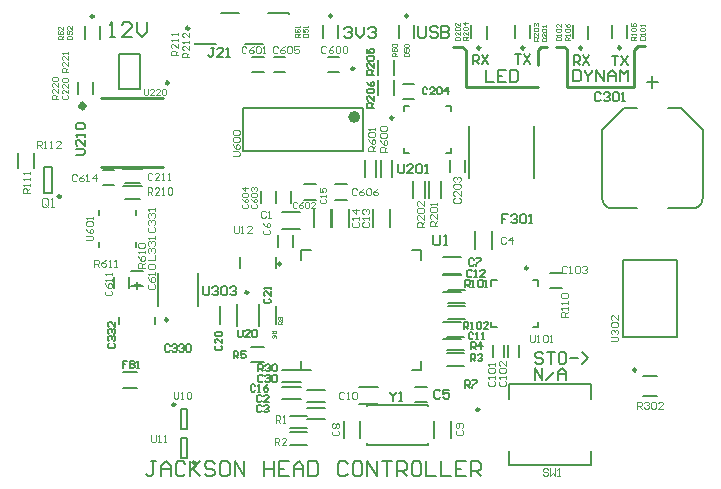
<source format=gto>
G04*
G04 #@! TF.GenerationSoftware,Altium Limited,Altium Designer,24.1.2 (44)*
G04*
G04 Layer_Color=65535*
%FSLAX44Y44*%
%MOMM*%
G71*
G04*
G04 #@! TF.SameCoordinates,564CEF90-820D-4554-998B-2DB19DA9D660*
G04*
G04*
G04 #@! TF.FilePolarity,Positive*
G04*
G01*
G75*
%ADD10C,0.2500*%
%ADD11C,0.1000*%
%ADD12C,0.5000*%
%ADD13C,0.2000*%
%ADD14C,0.2540*%
%ADD15C,0.1778*%
%ADD16C,0.1500*%
%ADD17C,0.0762*%
%ADD18C,0.1300*%
%ADD19C,0.1524*%
D10*
X288500Y396000D02*
G03*
X288500Y396000I-1250J0D01*
G01*
X167526Y385616D02*
G03*
X167526Y385616I-1250J0D01*
G01*
X413150Y62750D02*
G03*
X413150Y62750I-1250J0D01*
G01*
X245250Y186000D02*
G03*
X245250Y186000I-1250J0D01*
G01*
X307250Y351516D02*
G03*
X307250Y351516I-1250J0D01*
G01*
X500250Y369000D02*
G03*
X500250Y369000I-1250J0D01*
G01*
X546050Y96250D02*
G03*
X546050Y96250I-1250J0D01*
G01*
X217500Y162000D02*
G03*
X217500Y162000I-1250J0D01*
G01*
X454250Y182500D02*
G03*
X454250Y182500I-1250J0D01*
G01*
X58750Y243000D02*
G03*
X58750Y243000I-1250J0D01*
G01*
X352750Y396000D02*
G03*
X352750Y396000I-1250J0D01*
G01*
X86750Y395750D02*
G03*
X86750Y395750I-1250J0D01*
G01*
X172750Y18000D02*
G03*
X172750Y18000I-1250J0D01*
G01*
X414000Y369000D02*
G03*
X414000Y369000I-1250J0D01*
G01*
X451250D02*
G03*
X451250Y369000I-1250J0D01*
G01*
X340250Y309750D02*
G03*
X340250Y309750I-1250J0D01*
G01*
X150281Y339250D02*
G03*
X150281Y339250I-1250J0D01*
G01*
X533000Y369000D02*
G03*
X533000Y369000I-1250J0D01*
G01*
X155750Y67000D02*
G03*
X155750Y67000I-1250J0D01*
G01*
X149500Y138719D02*
G03*
X149500Y138719I-1250J0D01*
G01*
D11*
X91750Y196250D02*
G03*
X91750Y196250I-500J0D01*
G01*
X72420Y260900D02*
X71420Y261900D01*
X69421D01*
X68421Y260900D01*
Y256901D01*
X69421Y255902D01*
X71420D01*
X72420Y256901D01*
X78418Y261900D02*
X76418Y260900D01*
X74419Y258901D01*
Y256901D01*
X75419Y255902D01*
X77418D01*
X78418Y256901D01*
Y257901D01*
X77418Y258901D01*
X74419D01*
X80417Y255902D02*
X82416D01*
X81417D01*
Y261900D01*
X80417Y260900D01*
X88414Y255902D02*
Y261900D01*
X85415Y258901D01*
X89414D01*
X167760Y360905D02*
X161762D01*
Y363904D01*
X162762Y364904D01*
X164761D01*
X165761Y363904D01*
Y360905D01*
Y362905D02*
X167760Y364904D01*
Y370902D02*
Y366903D01*
X163761Y370902D01*
X162762D01*
X161762Y369902D01*
Y367903D01*
X162762Y366903D01*
X167760Y372901D02*
Y374901D01*
Y373901D01*
X161762D01*
X162762Y372901D01*
X167760Y381898D02*
Y377900D01*
X163761Y381898D01*
X162762D01*
X161762Y380899D01*
Y378899D01*
X162762Y377900D01*
X158122Y362646D02*
X152124D01*
Y365645D01*
X153124Y366645D01*
X155123D01*
X156123Y365645D01*
Y362646D01*
Y364646D02*
X158122Y366645D01*
Y372643D02*
Y368645D01*
X154123Y372643D01*
X153124D01*
X152124Y371644D01*
Y369644D01*
X153124Y368645D01*
X158122Y374643D02*
Y376642D01*
Y375642D01*
X152124D01*
X153124Y374643D01*
X158122Y379641D02*
Y381640D01*
Y380641D01*
X152124D01*
X153124Y379641D01*
X87253Y183751D02*
Y189749D01*
X90252D01*
X91252Y188749D01*
Y186750D01*
X90252Y185750D01*
X87253D01*
X89253D02*
X91252Y183751D01*
X97250Y189749D02*
X95251Y188749D01*
X93251Y186750D01*
Y184751D01*
X94251Y183751D01*
X96250D01*
X97250Y184751D01*
Y185750D01*
X96250Y186750D01*
X93251D01*
X99249Y183751D02*
X101249D01*
X100249D01*
Y189749D01*
X99249Y188749D01*
X104248Y183751D02*
X106247D01*
X105247D01*
Y189749D01*
X104248Y188749D01*
X129949Y182901D02*
X123951D01*
Y185900D01*
X124951Y186900D01*
X126950D01*
X127950Y185900D01*
Y182901D01*
Y184900D02*
X129949Y186900D01*
X123951Y192898D02*
X124951Y190898D01*
X126950Y188899D01*
X128950D01*
X129949Y189899D01*
Y191898D01*
X128950Y192898D01*
X127950D01*
X126950Y191898D01*
Y188899D01*
X129949Y194897D02*
Y196896D01*
Y195897D01*
X123951D01*
X124951Y194897D01*
Y199895D02*
X123951Y200895D01*
Y202894D01*
X124951Y203894D01*
X128950D01*
X129949Y202894D01*
Y200895D01*
X128950Y199895D01*
X124951D01*
X97001Y163502D02*
X96001Y162502D01*
Y160503D01*
X97001Y159503D01*
X100999D01*
X101999Y160503D01*
Y162502D01*
X100999Y163502D01*
X96001Y169500D02*
X97001Y167500D01*
X99000Y165501D01*
X100999D01*
X101999Y166501D01*
Y168500D01*
X100999Y169500D01*
X100000D01*
X99000Y168500D01*
Y165501D01*
X101999Y171499D02*
Y173498D01*
Y172499D01*
X96001D01*
X97001Y171499D01*
X101999Y176497D02*
Y178497D01*
Y177497D01*
X96001D01*
X97001Y176497D01*
X133314Y168798D02*
X132314Y167798D01*
Y165799D01*
X133314Y164799D01*
X137313D01*
X138312Y165799D01*
Y167798D01*
X137313Y168798D01*
X132314Y174796D02*
X133314Y172797D01*
X135313Y170797D01*
X137313D01*
X138312Y171797D01*
Y173796D01*
X137313Y174796D01*
X136313D01*
X135313Y173796D01*
Y170797D01*
X138312Y176795D02*
Y178795D01*
Y177795D01*
X132314D01*
X133314Y176795D01*
Y181794D02*
X132314Y182793D01*
Y184793D01*
X133314Y185792D01*
X137313D01*
X138312Y184793D01*
Y182793D01*
X137313Y181794D01*
X133314D01*
X309502Y248999D02*
X308503Y249999D01*
X306503D01*
X305504Y248999D01*
Y245001D01*
X306503Y244001D01*
X308503D01*
X309502Y245001D01*
X315500Y249999D02*
X313501Y248999D01*
X311502Y247000D01*
Y245001D01*
X312501Y244001D01*
X314501D01*
X315500Y245001D01*
Y246000D01*
X314501Y247000D01*
X311502D01*
X317500Y248999D02*
X318499Y249999D01*
X320499D01*
X321498Y248999D01*
Y245001D01*
X320499Y244001D01*
X318499D01*
X317500Y245001D01*
Y248999D01*
X327496Y249999D02*
X325497Y248999D01*
X323498Y247000D01*
Y245001D01*
X324497Y244001D01*
X326497D01*
X327496Y245001D01*
Y246000D01*
X326497Y247000D01*
X323498D01*
X242502Y369249D02*
X241503Y370249D01*
X239503D01*
X238504Y369249D01*
Y365251D01*
X239503Y364251D01*
X241503D01*
X242502Y365251D01*
X248500Y370249D02*
X246501Y369249D01*
X244502Y367250D01*
Y365251D01*
X245501Y364251D01*
X247501D01*
X248500Y365251D01*
Y366250D01*
X247501Y367250D01*
X244502D01*
X250500Y369249D02*
X251499Y370249D01*
X253499D01*
X254498Y369249D01*
Y365251D01*
X253499Y364251D01*
X251499D01*
X250500Y365251D01*
Y369249D01*
X260497Y370249D02*
X256498D01*
Y367250D01*
X258497Y368250D01*
X259497D01*
X260497Y367250D01*
Y365251D01*
X259497Y364251D01*
X257497D01*
X256498Y365251D01*
X213334Y236419D02*
X212501Y235585D01*
Y233919D01*
X213334Y233086D01*
X216666D01*
X217499Y233919D01*
Y235585D01*
X216666Y236419D01*
X212501Y241417D02*
X213334Y239751D01*
X215000Y238085D01*
X216666D01*
X217499Y238918D01*
Y240584D01*
X216666Y241417D01*
X215833D01*
X215000Y240584D01*
Y238085D01*
X213334Y243083D02*
X212501Y243916D01*
Y245582D01*
X213334Y246415D01*
X216666D01*
X217499Y245582D01*
Y243916D01*
X216666Y243083D01*
X213334D01*
X217499Y250581D02*
X212501D01*
X215000Y248081D01*
Y251414D01*
X221084Y236419D02*
X220251Y235585D01*
Y233919D01*
X221084Y233086D01*
X224416D01*
X225249Y233919D01*
Y235585D01*
X224416Y236419D01*
X220251Y241417D02*
X221084Y239751D01*
X222750Y238085D01*
X224416D01*
X225249Y238918D01*
Y240584D01*
X224416Y241417D01*
X223583D01*
X222750Y240584D01*
Y238085D01*
X221084Y243083D02*
X220251Y243916D01*
Y245582D01*
X221084Y246415D01*
X224416D01*
X225249Y245582D01*
Y243916D01*
X224416Y243083D01*
X221084D01*
Y248081D02*
X220251Y248915D01*
Y250581D01*
X221084Y251414D01*
X221917D01*
X222750Y250581D01*
Y249748D01*
Y250581D01*
X223583Y251414D01*
X224416D01*
X225249Y250581D01*
Y248915D01*
X224416Y248081D01*
X258933Y237669D02*
X258100Y238502D01*
X256434D01*
X255601Y237669D01*
Y234337D01*
X256434Y233504D01*
X258100D01*
X258933Y234337D01*
X263932Y238502D02*
X262266Y237669D01*
X260599Y236003D01*
Y234337D01*
X261433Y233504D01*
X263099D01*
X263932Y234337D01*
Y235170D01*
X263099Y236003D01*
X260599D01*
X265598Y237669D02*
X266431Y238502D01*
X268097D01*
X268930Y237669D01*
Y234337D01*
X268097Y233504D01*
X266431D01*
X265598Y234337D01*
Y237669D01*
X273929Y233504D02*
X270596D01*
X273929Y236836D01*
Y237669D01*
X273095Y238502D01*
X271429D01*
X270596Y237669D01*
X216002Y369249D02*
X215002Y370249D01*
X213003D01*
X212003Y369249D01*
Y365251D01*
X213003Y364251D01*
X215002D01*
X216002Y365251D01*
X222000Y370249D02*
X220001Y369249D01*
X218001Y367250D01*
Y365251D01*
X219001Y364251D01*
X221000D01*
X222000Y365251D01*
Y366250D01*
X221000Y367250D01*
X218001D01*
X223999Y369249D02*
X224999Y370249D01*
X226998D01*
X227998Y369249D01*
Y365251D01*
X226998Y364251D01*
X224999D01*
X223999Y365251D01*
Y369249D01*
X229997Y364251D02*
X231997D01*
X230997D01*
Y370249D01*
X229997Y369249D01*
X283502Y369499D02*
X282503Y370499D01*
X280503D01*
X279504Y369499D01*
Y365501D01*
X280503Y364501D01*
X282503D01*
X283502Y365501D01*
X289500Y370499D02*
X287501Y369499D01*
X285502Y367500D01*
Y365501D01*
X286501Y364501D01*
X288501D01*
X289500Y365501D01*
Y366500D01*
X288501Y367500D01*
X285502D01*
X291500Y369499D02*
X292499Y370499D01*
X294499D01*
X295498Y369499D01*
Y365501D01*
X294499Y364501D01*
X292499D01*
X291500Y365501D01*
Y369499D01*
X297498D02*
X298497Y370499D01*
X300497D01*
X301497Y369499D01*
Y365501D01*
X300497Y364501D01*
X298497D01*
X297498Y365501D01*
Y369499D01*
X325249Y281503D02*
X319251D01*
Y284502D01*
X320251Y285502D01*
X322250D01*
X323250Y284502D01*
Y281503D01*
Y283503D02*
X325249Y285502D01*
X319251Y291500D02*
X320251Y289501D01*
X322250Y287501D01*
X324249D01*
X325249Y288501D01*
Y290500D01*
X324249Y291500D01*
X323250D01*
X322250Y290500D01*
Y287501D01*
X320251Y293499D02*
X319251Y294499D01*
Y296498D01*
X320251Y297498D01*
X324249D01*
X325249Y296498D01*
Y294499D01*
X324249Y293499D01*
X320251D01*
X325249Y299497D02*
Y301497D01*
Y300497D01*
X319251D01*
X320251Y299497D01*
X335249Y281004D02*
X329251D01*
Y284003D01*
X330251Y285002D01*
X332250D01*
X333250Y284003D01*
Y281004D01*
Y283003D02*
X335249Y285002D01*
X329251Y291000D02*
X330251Y289001D01*
X332250Y287002D01*
X334249D01*
X335249Y288001D01*
Y290001D01*
X334249Y291000D01*
X333250D01*
X332250Y290001D01*
Y287002D01*
X330251Y293000D02*
X329251Y293999D01*
Y295999D01*
X330251Y296998D01*
X334249D01*
X335249Y295999D01*
Y293999D01*
X334249Y293000D01*
X330251D01*
Y298998D02*
X329251Y299997D01*
Y301997D01*
X330251Y302996D01*
X334249D01*
X335249Y301997D01*
Y299997D01*
X334249Y298998D01*
X330251D01*
X80251Y206003D02*
X85249D01*
X86249Y207003D01*
Y209002D01*
X85249Y210002D01*
X80251D01*
Y216000D02*
X81251Y214001D01*
X83250Y212001D01*
X85249D01*
X86249Y213001D01*
Y215000D01*
X85249Y216000D01*
X84250D01*
X83250Y215000D01*
Y212001D01*
X81251Y217999D02*
X80251Y218999D01*
Y220998D01*
X81251Y221998D01*
X85249D01*
X86249Y220998D01*
Y218999D01*
X85249Y217999D01*
X81251D01*
X86249Y223997D02*
Y225997D01*
Y224997D01*
X80251D01*
X81251Y223997D01*
X204251Y277253D02*
X209249D01*
X210249Y278253D01*
Y280253D01*
X209249Y281252D01*
X204251D01*
Y287250D02*
X205251Y285251D01*
X207250Y283252D01*
X209249D01*
X210249Y284251D01*
Y286251D01*
X209249Y287250D01*
X208250D01*
X207250Y286251D01*
Y283252D01*
X205251Y289250D02*
X204251Y290249D01*
Y292249D01*
X205251Y293248D01*
X209249D01*
X210249Y292249D01*
Y290249D01*
X209249Y289250D01*
X205251D01*
Y295248D02*
X204251Y296247D01*
Y298247D01*
X205251Y299246D01*
X209249D01*
X210249Y298247D01*
Y296247D01*
X209249Y295248D01*
X205251D01*
X205502Y218249D02*
Y213251D01*
X206502Y212251D01*
X208501D01*
X209501Y213251D01*
Y218249D01*
X211500Y212251D02*
X213500D01*
X212500D01*
Y218249D01*
X211500Y217249D01*
X220498Y212251D02*
X216499D01*
X220498Y216250D01*
Y217249D01*
X219498Y218249D01*
X217498D01*
X216499Y217249D01*
X471303Y11874D02*
X470303Y12874D01*
X468304D01*
X467304Y11874D01*
Y10874D01*
X468304Y9875D01*
X470303D01*
X471303Y8875D01*
Y7875D01*
X470303Y6876D01*
X468304D01*
X467304Y7875D01*
X473302Y12874D02*
Y6876D01*
X475302Y8875D01*
X477301Y6876D01*
Y12874D01*
X479300Y6876D02*
X481300D01*
X480300D01*
Y12874D01*
X479300Y11874D01*
X60756Y376367D02*
X56757D01*
Y378367D01*
X57423Y379033D01*
X58756D01*
X59423Y378367D01*
Y376367D01*
Y377700D02*
X60756Y379033D01*
X56757Y383032D02*
Y380366D01*
X58756D01*
X58090Y381699D01*
Y382365D01*
X58756Y383032D01*
X60089D01*
X60756Y382365D01*
Y381032D01*
X60089Y380366D01*
X60756Y387030D02*
Y384365D01*
X58090Y387030D01*
X57423D01*
X56757Y386364D01*
Y385031D01*
X57423Y384365D01*
X261375Y378350D02*
X257376D01*
Y380349D01*
X258043Y381016D01*
X259376D01*
X260042Y380349D01*
Y378350D01*
Y379683D02*
X261375Y381016D01*
X257376Y385014D02*
Y382349D01*
X259376D01*
X258709Y383682D01*
Y384348D01*
X259376Y385014D01*
X260709D01*
X261375Y384348D01*
Y383015D01*
X260709Y382349D01*
X261375Y386347D02*
Y387680D01*
Y387014D01*
X257376D01*
X258043Y386347D01*
X343386Y361990D02*
X339387D01*
Y363989D01*
X340053Y364655D01*
X341386D01*
X342053Y363989D01*
Y361990D01*
Y363322D02*
X343386Y364655D01*
X339387Y368654D02*
Y365988D01*
X341386D01*
X340720Y367321D01*
Y367988D01*
X341386Y368654D01*
X342719D01*
X343386Y367988D01*
Y366655D01*
X342719Y365988D01*
X340053Y369987D02*
X339387Y370653D01*
Y371986D01*
X340053Y372653D01*
X342719D01*
X343386Y371986D01*
Y370653D01*
X342719Y369987D01*
X340053D01*
X64175Y376406D02*
X68173D01*
Y378405D01*
X67507Y379072D01*
X64841D01*
X64175Y378405D01*
Y376406D01*
Y383071D02*
Y380405D01*
X66174D01*
X65508Y381738D01*
Y382404D01*
X66174Y383071D01*
X67507D01*
X68173Y382404D01*
Y381071D01*
X67507Y380405D01*
X68173Y387069D02*
Y384404D01*
X65508Y387069D01*
X64841D01*
X64175Y386403D01*
Y385070D01*
X64841Y384404D01*
X263775Y378379D02*
X267773D01*
Y380378D01*
X267107Y381045D01*
X264441D01*
X263775Y380378D01*
Y378379D01*
Y385043D02*
Y382378D01*
X265774D01*
X265107Y383711D01*
Y384377D01*
X265774Y385043D01*
X267107D01*
X267773Y384377D01*
Y383044D01*
X267107Y382378D01*
X267773Y386376D02*
Y387709D01*
Y387043D01*
X263775D01*
X264441Y386376D01*
X349380Y361824D02*
X353379D01*
Y363824D01*
X352712Y364490D01*
X350046D01*
X349380Y363824D01*
Y361824D01*
Y368489D02*
Y365823D01*
X351379D01*
X350713Y367156D01*
Y367822D01*
X351379Y368489D01*
X352712D01*
X353379Y367822D01*
Y366489D01*
X352712Y365823D01*
X350046Y369822D02*
X349380Y370488D01*
Y371821D01*
X350046Y372488D01*
X352712D01*
X353379Y371821D01*
Y370488D01*
X352712Y369822D01*
X350046D01*
X279078Y240796D02*
X278245Y239963D01*
Y238297D01*
X279078Y237464D01*
X282410D01*
X283243Y238297D01*
Y239963D01*
X282410Y240796D01*
X283243Y242462D02*
Y244128D01*
Y243295D01*
X278245D01*
X279078Y242462D01*
X278245Y249960D02*
Y246628D01*
X280744D01*
X279911Y248294D01*
Y249127D01*
X280744Y249960D01*
X282410D01*
X283243Y249127D01*
Y247461D01*
X282410Y246628D01*
X306410Y221537D02*
X305411Y220537D01*
Y218538D01*
X306410Y217538D01*
X310409D01*
X311409Y218538D01*
Y220537D01*
X310409Y221537D01*
X311409Y223536D02*
Y225536D01*
Y224536D01*
X305411D01*
X306410Y223536D01*
X311409Y231534D02*
X305411D01*
X308410Y228535D01*
Y232533D01*
X315117Y221537D02*
X314117Y220537D01*
Y218538D01*
X315117Y217538D01*
X319115D01*
X320115Y218538D01*
Y220537D01*
X319115Y221537D01*
X320115Y223536D02*
Y225536D01*
Y224536D01*
X314117D01*
X315117Y223536D01*
Y228535D02*
X314117Y229534D01*
Y231534D01*
X315117Y232533D01*
X316116D01*
X317116Y231534D01*
Y230534D01*
Y231534D01*
X318116Y232533D01*
X319115D01*
X320115Y231534D01*
Y229534D01*
X319115Y228535D01*
X298751Y76749D02*
X297752Y77749D01*
X295752D01*
X294752Y76749D01*
Y72751D01*
X295752Y71751D01*
X297752D01*
X298751Y72751D01*
X300751Y71751D02*
X302750D01*
X301750D01*
Y77749D01*
X300751Y76749D01*
X305749D02*
X306749Y77749D01*
X308748D01*
X309748Y76749D01*
Y72751D01*
X308748Y71751D01*
X306749D01*
X305749Y72751D01*
Y76749D01*
X135252Y41249D02*
Y36251D01*
X136252Y35251D01*
X138251D01*
X139251Y36251D01*
Y41249D01*
X141250Y35251D02*
X143250D01*
X142250D01*
Y41249D01*
X141250Y40249D01*
X146249Y35251D02*
X148248D01*
X147248D01*
Y41249D01*
X146249Y40249D01*
X154253Y77999D02*
Y73001D01*
X155252Y72001D01*
X157252D01*
X158251Y73001D01*
Y77999D01*
X160250Y72001D02*
X162250D01*
X161250D01*
Y77999D01*
X160250Y76999D01*
X165249D02*
X166249Y77999D01*
X168248D01*
X169248Y76999D01*
Y73001D01*
X168248Y72001D01*
X166249D01*
X165249Y73001D01*
Y76999D01*
X136252Y261999D02*
X135252Y262999D01*
X133253D01*
X132253Y261999D01*
Y258001D01*
X133253Y257001D01*
X135252D01*
X136252Y258001D01*
X142250Y257001D02*
X138251D01*
X142250Y261000D01*
Y261999D01*
X141250Y262999D01*
X139251D01*
X138251Y261999D01*
X144249Y257001D02*
X146249D01*
X145249D01*
Y262999D01*
X144249Y261999D01*
X149248Y257001D02*
X151247D01*
X150247D01*
Y262999D01*
X149248Y261999D01*
X394251Y45250D02*
X393251Y44251D01*
Y42251D01*
X394251Y41252D01*
X398249D01*
X399249Y42251D01*
Y44251D01*
X398249Y45250D01*
Y47250D02*
X399249Y48249D01*
Y50249D01*
X398249Y51248D01*
X394251D01*
X393251Y50249D01*
Y48249D01*
X394251Y47250D01*
X395250D01*
X396250Y48249D01*
Y51248D01*
X289501Y45000D02*
X288501Y44001D01*
Y42001D01*
X289501Y41002D01*
X293499D01*
X294499Y42001D01*
Y44001D01*
X293499Y45000D01*
X289501Y47000D02*
X288501Y47999D01*
Y49999D01*
X289501Y50998D01*
X290500D01*
X291500Y49999D01*
X292500Y50998D01*
X293499D01*
X294499Y49999D01*
Y47999D01*
X293499Y47000D01*
X292500D01*
X291500Y47999D01*
X290500Y47000D01*
X289501D01*
X291500Y47999D02*
Y49999D01*
X132381Y189363D02*
X138379D01*
Y193361D01*
X133381Y195361D02*
X132381Y196360D01*
Y198360D01*
X133381Y199359D01*
X134380D01*
X135380Y198360D01*
Y197360D01*
Y198360D01*
X136380Y199359D01*
X137379D01*
X138379Y198360D01*
Y196360D01*
X137379Y195361D01*
X133381Y201359D02*
X132381Y202358D01*
Y204358D01*
X133381Y205357D01*
X134380D01*
X135380Y204358D01*
Y203358D01*
Y204358D01*
X136380Y205357D01*
X137379D01*
X138379Y204358D01*
Y202358D01*
X137379Y201359D01*
X138379Y207357D02*
Y209356D01*
Y208356D01*
X132381D01*
X133381Y207357D01*
X133434Y217164D02*
X132434Y216164D01*
Y214165D01*
X133434Y213165D01*
X137433D01*
X138432Y214165D01*
Y216164D01*
X137433Y217164D01*
X133434Y219163D02*
X132434Y220163D01*
Y222162D01*
X133434Y223162D01*
X134434D01*
X135433Y222162D01*
Y221163D01*
Y222162D01*
X136433Y223162D01*
X137433D01*
X138432Y222162D01*
Y220163D01*
X137433Y219163D01*
X133434Y225161D02*
X132434Y226161D01*
Y228160D01*
X133434Y229160D01*
X134434D01*
X135433Y228160D01*
Y227161D01*
Y228160D01*
X136433Y229160D01*
X137433D01*
X138432Y228160D01*
Y226161D01*
X137433Y225161D01*
X138432Y231159D02*
Y233159D01*
Y232159D01*
X132434D01*
X133434Y231159D01*
X546754Y63501D02*
Y69499D01*
X549753D01*
X550752Y68499D01*
Y66500D01*
X549753Y65500D01*
X546754D01*
X548753D02*
X550752Y63501D01*
X552752Y68499D02*
X553751Y69499D01*
X555751D01*
X556750Y68499D01*
Y67500D01*
X555751Y66500D01*
X554751D01*
X555751D01*
X556750Y65500D01*
Y64501D01*
X555751Y63501D01*
X553751D01*
X552752Y64501D01*
X558750Y68499D02*
X559749Y69499D01*
X561749D01*
X562748Y68499D01*
Y64501D01*
X561749Y63501D01*
X559749D01*
X558750Y64501D01*
Y68499D01*
X568746Y63501D02*
X564748D01*
X568746Y67500D01*
Y68499D01*
X567747Y69499D01*
X565747D01*
X564748Y68499D01*
X524751Y120504D02*
X529749D01*
X530749Y121503D01*
Y123503D01*
X529749Y124502D01*
X524751D01*
X525751Y126502D02*
X524751Y127501D01*
Y129501D01*
X525751Y130500D01*
X526750D01*
X527750Y129501D01*
Y128501D01*
Y129501D01*
X528750Y130500D01*
X529749D01*
X530749Y129501D01*
Y127501D01*
X529749Y126502D01*
X525751Y132500D02*
X524751Y133499D01*
Y135499D01*
X525751Y136498D01*
X529749D01*
X530749Y135499D01*
Y133499D01*
X529749Y132500D01*
X525751D01*
X530749Y142496D02*
Y138498D01*
X526750Y142496D01*
X525751D01*
X524751Y141497D01*
Y139497D01*
X525751Y138498D01*
X64999Y348669D02*
X60001D01*
Y351169D01*
X60834Y352002D01*
X62500D01*
X63333Y351169D01*
Y348669D01*
Y350336D02*
X64999Y352002D01*
Y357000D02*
Y353668D01*
X61667Y357000D01*
X60834D01*
X60001Y356167D01*
Y354501D01*
X60834Y353668D01*
X64999Y361998D02*
Y358666D01*
X61667Y361998D01*
X60834D01*
X60001Y361165D01*
Y359499D01*
X60834Y358666D01*
X64999Y363665D02*
Y365331D01*
Y364497D01*
X60001D01*
X60834Y363665D01*
X56249Y325836D02*
X51251D01*
Y328335D01*
X52084Y329169D01*
X53750D01*
X54583Y328335D01*
Y325836D01*
Y327502D02*
X56249Y329169D01*
Y334167D02*
Y330835D01*
X52917Y334167D01*
X52084D01*
X51251Y333334D01*
Y331668D01*
X52084Y330835D01*
X56249Y339165D02*
Y335833D01*
X52917Y339165D01*
X52084D01*
X51251Y338332D01*
Y336666D01*
X52084Y335833D01*
Y340831D02*
X51251Y341665D01*
Y343331D01*
X52084Y344164D01*
X55416D01*
X56249Y343331D01*
Y341665D01*
X55416Y340831D01*
X52084D01*
X132253Y244751D02*
Y250749D01*
X135253D01*
X136252Y249749D01*
Y247750D01*
X135253Y246750D01*
X132253D01*
X134253D02*
X136252Y244751D01*
X142250D02*
X138251D01*
X142250Y248750D01*
Y249749D01*
X141250Y250749D01*
X139251D01*
X138251Y249749D01*
X144249Y244751D02*
X146249D01*
X145249D01*
Y250749D01*
X144249Y249749D01*
X149248D02*
X150248Y250749D01*
X152247D01*
X153247Y249749D01*
Y245751D01*
X152247Y244751D01*
X150248D01*
X149248Y245751D01*
Y249749D01*
X60834Y328669D02*
X60001Y327836D01*
Y326169D01*
X60834Y325336D01*
X64166D01*
X64999Y326169D01*
Y327836D01*
X64166Y328669D01*
X64999Y333667D02*
Y330335D01*
X61667Y333667D01*
X60834D01*
X60001Y332834D01*
Y331168D01*
X60834Y330335D01*
X64999Y338665D02*
Y335333D01*
X61667Y338665D01*
X60834D01*
X60001Y337832D01*
Y336166D01*
X60834Y335333D01*
Y340331D02*
X60001Y341165D01*
Y342831D01*
X60834Y343664D01*
X64166D01*
X64999Y342831D01*
Y341165D01*
X64166Y340331D01*
X60834D01*
X463138Y375186D02*
X459140D01*
Y377186D01*
X459806Y377852D01*
X461139D01*
X461805Y377186D01*
Y375186D01*
Y376519D02*
X463138Y377852D01*
Y381851D02*
Y379185D01*
X460472Y381851D01*
X459806D01*
X459140Y381185D01*
Y379851D01*
X459806Y379185D01*
Y383184D02*
X459140Y383850D01*
Y385183D01*
X459806Y385850D01*
X462472D01*
X463138Y385183D01*
Y383850D01*
X462472Y383184D01*
X459806D01*
Y387183D02*
X459140Y387849D01*
Y389182D01*
X459806Y389848D01*
X460472D01*
X461139Y389182D01*
Y388515D01*
Y389182D01*
X461805Y389848D01*
X462472D01*
X463138Y389182D01*
Y387849D01*
X462472Y387183D01*
X366499Y217254D02*
X360501D01*
Y220253D01*
X361501Y221252D01*
X363500D01*
X364500Y220253D01*
Y217254D01*
Y219253D02*
X366499Y221252D01*
Y227250D02*
Y223252D01*
X362500Y227250D01*
X361501D01*
X360501Y226251D01*
Y224251D01*
X361501Y223252D01*
Y229250D02*
X360501Y230249D01*
Y232249D01*
X361501Y233248D01*
X365499D01*
X366499Y232249D01*
Y230249D01*
X365499Y229250D01*
X361501D01*
X366499Y239246D02*
Y235248D01*
X362500Y239246D01*
X361501D01*
X360501Y238247D01*
Y236247D01*
X361501Y235248D01*
X377249Y218003D02*
X371251D01*
Y221002D01*
X372251Y222002D01*
X374250D01*
X375250Y221002D01*
Y218003D01*
Y220003D02*
X377249Y222002D01*
Y228000D02*
Y224001D01*
X373250Y228000D01*
X372251D01*
X371251Y227000D01*
Y225001D01*
X372251Y224001D01*
Y229999D02*
X371251Y230999D01*
Y232998D01*
X372251Y233998D01*
X376249D01*
X377249Y232998D01*
Y230999D01*
X376249Y229999D01*
X372251D01*
X377249Y235997D02*
Y237997D01*
Y236997D01*
X371251D01*
X372251Y235997D01*
X403249Y375919D02*
X399251D01*
Y377918D01*
X399917Y378585D01*
X401250D01*
X401916Y377918D01*
Y375919D01*
Y377252D02*
X403249Y378585D01*
Y382584D02*
Y379918D01*
X400583Y382584D01*
X399917D01*
X399251Y381917D01*
Y380584D01*
X399917Y379918D01*
Y383916D02*
X399251Y384583D01*
Y385916D01*
X399917Y386582D01*
X402583D01*
X403249Y385916D01*
Y384583D01*
X402583Y383916D01*
X399917D01*
X403249Y389915D02*
X399251D01*
X401250Y387915D01*
Y390581D01*
X466001Y374585D02*
X469999D01*
Y376585D01*
X469333Y377251D01*
X466667D01*
X466001Y376585D01*
Y374585D01*
X469999Y381250D02*
Y378584D01*
X467333Y381250D01*
X466667D01*
X466001Y380584D01*
Y379251D01*
X466667Y378584D01*
Y382583D02*
X466001Y383249D01*
Y384582D01*
X466667Y385249D01*
X469333D01*
X469999Y384582D01*
Y383249D01*
X469333Y382583D01*
X466667D01*
X469999Y386582D02*
Y387915D01*
Y387248D01*
X466001D01*
X466667Y386582D01*
X392408Y375682D02*
X396407D01*
Y377681D01*
X395741Y378348D01*
X393075D01*
X392408Y377681D01*
Y375682D01*
X396407Y382346D02*
Y379681D01*
X393741Y382346D01*
X393075D01*
X392408Y381680D01*
Y380347D01*
X393075Y379681D01*
Y383679D02*
X392408Y384346D01*
Y385679D01*
X393075Y386345D01*
X395741D01*
X396407Y385679D01*
Y384346D01*
X395741Y383679D01*
X393075D01*
X396407Y390344D02*
Y387678D01*
X393741Y390344D01*
X393075D01*
X392408Y389678D01*
Y388344D01*
X393075Y387678D01*
X392251Y241752D02*
X391251Y240753D01*
Y238753D01*
X392251Y237754D01*
X396249D01*
X397249Y238753D01*
Y240753D01*
X396249Y241752D01*
X397249Y247750D02*
Y243752D01*
X393250Y247750D01*
X392251D01*
X391251Y246751D01*
Y244751D01*
X392251Y243752D01*
Y249750D02*
X391251Y250749D01*
Y252749D01*
X392251Y253748D01*
X396249D01*
X397249Y252749D01*
Y250749D01*
X396249Y249750D01*
X392251D01*
Y255748D02*
X391251Y256747D01*
Y258747D01*
X392251Y259746D01*
X393250D01*
X394250Y258747D01*
Y257747D01*
Y258747D01*
X395250Y259746D01*
X396249D01*
X397249Y258747D01*
Y256747D01*
X396249Y255748D01*
X38668Y284447D02*
Y290445D01*
X41667D01*
X42667Y289445D01*
Y287446D01*
X41667Y286446D01*
X38668D01*
X40667D02*
X42667Y284447D01*
X44666D02*
X46665D01*
X45666D01*
Y290445D01*
X44666Y289445D01*
X49664Y284447D02*
X51664D01*
X50664D01*
Y290445D01*
X49664Y289445D01*
X58661Y284447D02*
X54663D01*
X58661Y288445D01*
Y289445D01*
X57662Y290445D01*
X55662D01*
X54663Y289445D01*
X488124Y141378D02*
X482126D01*
Y144377D01*
X483126Y145377D01*
X485125D01*
X486125Y144377D01*
Y141378D01*
Y143378D02*
X488124Y145377D01*
Y147376D02*
Y149376D01*
Y148376D01*
X482126D01*
X483126Y147376D01*
X488124Y152375D02*
Y154374D01*
Y153374D01*
X482126D01*
X483126Y152375D01*
Y157373D02*
X482126Y158373D01*
Y160372D01*
X483126Y161372D01*
X487124D01*
X488124Y160372D01*
Y158373D01*
X487124Y157373D01*
X483126D01*
X47759Y235589D02*
Y240668D01*
X46490Y241937D01*
X43951D01*
X42681Y240668D01*
Y235589D01*
X43951Y234320D01*
X46490D01*
X45220Y236859D02*
X47759Y234320D01*
X46490D02*
X47759Y235589D01*
X50298Y234320D02*
X52838D01*
X51568D01*
Y241937D01*
X50298Y240668D01*
X435750Y208249D02*
X434751Y209249D01*
X432751D01*
X431752Y208249D01*
Y204251D01*
X432751Y203251D01*
X434751D01*
X435750Y204251D01*
X440749Y203251D02*
Y209249D01*
X437750Y206250D01*
X441748D01*
X231251Y215000D02*
X230251Y214001D01*
Y212001D01*
X231251Y211002D01*
X235249D01*
X236249Y212001D01*
Y214001D01*
X235249Y215000D01*
X230251Y220998D02*
X231251Y218999D01*
X233250Y217000D01*
X235249D01*
X236249Y217999D01*
Y219999D01*
X235249Y220998D01*
X234250D01*
X233250Y219999D01*
Y217000D01*
X232500Y230249D02*
X231500Y231249D01*
X229501D01*
X228501Y230249D01*
Y226251D01*
X229501Y225251D01*
X231500D01*
X232500Y226251D01*
X234499Y225251D02*
X236499D01*
X235499D01*
Y231249D01*
X234499Y230249D01*
X240751Y51751D02*
Y57749D01*
X243750D01*
X244750Y56749D01*
Y54750D01*
X243750Y53750D01*
X240751D01*
X242751D02*
X244750Y51751D01*
X246749D02*
X248749D01*
X247749D01*
Y57749D01*
X246749Y56749D01*
X239752Y33001D02*
Y38999D01*
X242751D01*
X243750Y37999D01*
Y36000D01*
X242751Y35000D01*
X239752D01*
X241751D02*
X243750Y33001D01*
X249748D02*
X245750D01*
X249748Y37000D01*
Y37999D01*
X248749Y38999D01*
X246749D01*
X245750Y37999D01*
X456003Y125749D02*
Y120751D01*
X457003Y119751D01*
X459002D01*
X460002Y120751D01*
Y125749D01*
X462001Y119751D02*
X464001D01*
X463001D01*
Y125749D01*
X462001Y124749D01*
X467000D02*
X467999Y125749D01*
X469999D01*
X470998Y124749D01*
Y120751D01*
X469999Y119751D01*
X467999D01*
X467000Y120751D01*
Y124749D01*
X472998Y119751D02*
X474997D01*
X473997D01*
Y125749D01*
X472998Y124749D01*
X32496Y245903D02*
X26498D01*
Y248903D01*
X27497Y249902D01*
X29497D01*
X30496Y248903D01*
Y245903D01*
Y247903D02*
X32496Y249902D01*
Y251902D02*
Y253901D01*
Y252901D01*
X26498D01*
X27497Y251902D01*
X32496Y256900D02*
Y258899D01*
Y257900D01*
X26498D01*
X27497Y256900D01*
X32496Y261898D02*
Y263898D01*
Y262898D01*
X26498D01*
X27497Y261898D01*
X489749Y375252D02*
X485751D01*
Y377252D01*
X486417Y377918D01*
X487750D01*
X488416Y377252D01*
Y375252D01*
Y376585D02*
X489749Y377918D01*
Y379251D02*
Y380584D01*
Y379917D01*
X485751D01*
X486417Y379251D01*
Y382583D02*
X485751Y383250D01*
Y384583D01*
X486417Y385249D01*
X489083D01*
X489749Y384583D01*
Y383250D01*
X489083Y382583D01*
X486417D01*
X485751Y389248D02*
X486417Y387915D01*
X487750Y386582D01*
X489083D01*
X489749Y387248D01*
Y388581D01*
X489083Y389248D01*
X488416D01*
X487750Y388581D01*
Y386582D01*
X545749Y375752D02*
X541751D01*
Y377752D01*
X542417Y378418D01*
X543750D01*
X544416Y377752D01*
Y375752D01*
Y377085D02*
X545749Y378418D01*
Y379751D02*
Y381084D01*
Y380417D01*
X541751D01*
X542417Y379751D01*
Y383083D02*
X541751Y383750D01*
Y385083D01*
X542417Y385749D01*
X545083D01*
X545749Y385083D01*
Y383750D01*
X545083Y383083D01*
X542417D01*
X541751Y389748D02*
Y387082D01*
X543750D01*
X543083Y388415D01*
Y389081D01*
X543750Y389748D01*
X545083D01*
X545749Y389081D01*
Y387748D01*
X545083Y387082D01*
X549161Y376019D02*
X553160D01*
Y378018D01*
X552494Y378685D01*
X549828D01*
X549161Y378018D01*
Y376019D01*
X553160Y380017D02*
Y381350D01*
Y380684D01*
X549161D01*
X549828Y380017D01*
Y383350D02*
X549161Y384016D01*
Y385349D01*
X549828Y386016D01*
X552494D01*
X553160Y385349D01*
Y384016D01*
X552494Y383350D01*
X549828D01*
X553160Y387348D02*
Y388681D01*
Y388015D01*
X549161D01*
X549828Y387348D01*
X478465Y375352D02*
X482464D01*
Y377352D01*
X481797Y378018D01*
X479132D01*
X478465Y377352D01*
Y375352D01*
X482464Y379351D02*
Y380684D01*
Y380017D01*
X478465D01*
X479132Y379351D01*
Y382683D02*
X478465Y383350D01*
Y384683D01*
X479132Y385349D01*
X481797D01*
X482464Y384683D01*
Y383350D01*
X481797Y382683D01*
X479132D01*
X482464Y389348D02*
Y386682D01*
X479798Y389348D01*
X479132D01*
X478465Y388681D01*
Y387348D01*
X479132Y386682D01*
X430501Y87002D02*
X429501Y86002D01*
Y84003D01*
X430501Y83003D01*
X434499D01*
X435499Y84003D01*
Y86002D01*
X434499Y87002D01*
X435499Y89002D02*
Y91001D01*
Y90001D01*
X429501D01*
X430501Y89002D01*
Y94000D02*
X429501Y95000D01*
Y96999D01*
X430501Y97999D01*
X434499D01*
X435499Y96999D01*
Y95000D01*
X434499Y94000D01*
X430501D01*
X435499Y103997D02*
Y99998D01*
X431500Y103997D01*
X430501D01*
X429501Y102997D01*
Y100998D01*
X430501Y99998D01*
X421501Y87002D02*
X420501Y86002D01*
Y84003D01*
X421501Y83003D01*
X425499D01*
X426499Y84003D01*
Y86002D01*
X425499Y87002D01*
X426499Y89001D02*
Y91000D01*
Y90001D01*
X420501D01*
X421501Y89001D01*
Y94000D02*
X420501Y94999D01*
Y96999D01*
X421501Y97998D01*
X425499D01*
X426499Y96999D01*
Y94999D01*
X425499Y94000D01*
X421501D01*
X426499Y99998D02*
Y101997D01*
Y100997D01*
X420501D01*
X421501Y99998D01*
X487252Y183249D02*
X486252Y184249D01*
X484253D01*
X483253Y183249D01*
Y179251D01*
X484253Y178251D01*
X486252D01*
X487252Y179251D01*
X489252Y178251D02*
X491251D01*
X490251D01*
Y184249D01*
X489252Y183249D01*
X494250D02*
X495249Y184249D01*
X497249D01*
X498248Y183249D01*
Y179251D01*
X497249Y178251D01*
X495249D01*
X494250Y179251D01*
Y183249D01*
X500248D02*
X501248Y184249D01*
X503247D01*
X504247Y183249D01*
Y182250D01*
X503247Y181250D01*
X502247D01*
X503247D01*
X504247Y180250D01*
Y179251D01*
X503247Y178251D01*
X501248D01*
X500248Y179251D01*
X129522Y334391D02*
Y330225D01*
X130355Y329392D01*
X132021D01*
X132854Y330225D01*
Y334391D01*
X137852Y329392D02*
X134520D01*
X137852Y332724D01*
Y333558D01*
X137019Y334391D01*
X135353D01*
X134520Y333558D01*
X142851Y329392D02*
X139519D01*
X142851Y332724D01*
Y333558D01*
X142018Y334391D01*
X140352D01*
X139519Y333558D01*
X144517D02*
X145350Y334391D01*
X147016D01*
X147849Y333558D01*
Y330225D01*
X147016Y329392D01*
X145350D01*
X144517Y330225D01*
Y333558D01*
D12*
X309750Y310487D02*
G03*
X309750Y310487I-2500J0D01*
G01*
X78500Y319750D02*
G03*
X78500Y319750I-1500J0D01*
G01*
D13*
X517250Y241500D02*
G03*
X525750Y233000I8500J0D01*
G01*
X593750D02*
G03*
X602250Y241500I0J8500D01*
G01*
X94218Y265727D02*
X104218D01*
X94218Y252727D02*
X104218D01*
X123500Y165000D02*
Y171000D01*
X120500Y168000D02*
X126500D01*
X138500Y135000D02*
Y141500D01*
X108500Y135000D02*
Y141500D01*
X293500Y377000D02*
Y388000D01*
X280687Y377107D02*
Y388107D01*
X194526Y398616D02*
X210026D01*
X234526D02*
X252276D01*
Y397866D02*
Y398616D01*
X172276Y372616D02*
X190026D01*
X214526D02*
X230026D01*
X172276D02*
Y373366D01*
X507798Y72038D02*
Y84290D01*
Y15710D02*
Y27962D01*
X438202Y15710D02*
X507798D01*
X438202Y72038D02*
Y84290D01*
Y15710D02*
Y27962D01*
Y84290D02*
X507798D01*
X241000Y237500D02*
Y247500D01*
X228000Y237500D02*
Y247500D01*
X254000Y237500D02*
Y247500D01*
X241000Y237500D02*
Y247500D01*
X311709Y82041D02*
X327291D01*
X311709Y67459D02*
X327291D01*
X262000Y189750D02*
Y198000D01*
Y96000D02*
Y104250D01*
X355750Y96000D02*
X364000D01*
X262000D02*
X270250D01*
X364000Y189750D02*
Y198000D01*
Y96000D02*
Y104250D01*
X355750Y198000D02*
X364000D01*
X262000D02*
X270250D01*
X118500Y180350D02*
X128500D01*
X118500Y167650D02*
X128500D01*
X116850Y165250D02*
Y175250D01*
X104150Y165250D02*
Y175250D01*
X339112Y259638D02*
Y274362D01*
X325388Y259638D02*
Y274362D01*
X329862Y259638D02*
Y274362D01*
X316138Y259638D02*
Y274362D01*
X252638Y33138D02*
X267362D01*
X252638Y46862D02*
X267362D01*
X291000Y240500D02*
X301000D01*
X291000Y253500D02*
X301000D01*
X264750Y240500D02*
X274750D01*
X264750Y253500D02*
X274750D01*
X284750Y361500D02*
X294750D01*
X284750Y348500D02*
X294750D01*
X239000D02*
X249000D01*
X239000Y361500D02*
X249000D01*
X220750Y348500D02*
X230750D01*
X220750Y361500D02*
X230750D01*
X122750Y227500D02*
Y231750D01*
Y200250D02*
Y204500D01*
X91250Y227500D02*
Y231750D01*
Y200250D02*
Y204500D01*
X314750Y282013D02*
Y317987D01*
X212750Y282013D02*
X314750D01*
X212750D02*
Y317987D01*
X314750D01*
X505563Y376893D02*
Y387893D01*
X492750Y377000D02*
Y388000D01*
X385388Y124362D02*
X400112D01*
X385388Y110638D02*
X400112D01*
X385388Y113362D02*
X400112D01*
X385388Y99638D02*
X400112D01*
X534599Y124501D02*
Y189501D01*
X534601Y124499D02*
X580401D01*
X534600Y189500D02*
X580400D01*
X580401Y124499D02*
Y189499D01*
X535750Y318000D02*
X546750D01*
X517250Y299500D02*
X535750Y318000D01*
X525750Y233000D02*
X546750D01*
X517250Y241500D02*
Y299500D01*
X572750Y318000D02*
X583750D01*
X602250Y299500D01*
X572750Y233000D02*
X593750D01*
X602250Y241500D02*
Y299500D01*
X210250Y182250D02*
Y191750D01*
X241250Y182250D02*
Y191750D01*
X337791Y217209D02*
Y232791D01*
X323209Y217209D02*
Y232791D01*
X404800Y259000D02*
Y302500D01*
X459200Y259000D02*
Y302500D01*
X22882Y267392D02*
Y280117D01*
X36381Y267392D02*
Y280117D01*
X473000Y178500D02*
X483000D01*
X473000Y165500D02*
X483000D01*
X446750Y107000D02*
Y117000D01*
X433750Y107000D02*
Y117000D01*
X437750Y107000D02*
Y117000D01*
X424750Y107000D02*
Y117000D01*
X551521Y90811D02*
X563479D01*
X551521Y74189D02*
X563479D01*
X458750Y172250D02*
X463250D01*
X423250D02*
X427750D01*
X423250Y132250D02*
Y136750D01*
Y167750D02*
Y172250D01*
X458750Y132250D02*
X463250D01*
X423250D02*
X427750D01*
X463250D02*
Y136750D01*
Y167750D02*
Y172250D01*
X45000Y246000D02*
X51000D01*
X45000Y268000D02*
X51000D01*
Y246000D02*
Y268000D01*
X45000Y246000D02*
Y268000D01*
X344937Y377107D02*
Y388107D01*
X357750Y377000D02*
Y388000D01*
X91750Y376500D02*
Y387500D01*
X79250Y376500D02*
Y387500D01*
X160500Y21500D02*
Y38500D01*
X165500Y21500D02*
Y38500D01*
X160500D02*
X165500D01*
X160500Y21500D02*
X165500D01*
X406500Y377000D02*
Y388000D01*
X419313Y376893D02*
Y387893D01*
X327250Y329138D02*
Y341862D01*
X340750Y329138D02*
Y341862D01*
Y345638D02*
Y358362D01*
X327250Y345638D02*
Y358362D01*
X443750Y377000D02*
Y388000D01*
X456250Y377000D02*
Y388000D01*
X245959Y230041D02*
X261541D01*
X245959Y215459D02*
X261541D01*
X273209Y217209D02*
Y232791D01*
X287791Y217209D02*
Y232791D01*
X288209Y217209D02*
Y232791D01*
X302791Y217209D02*
Y232791D01*
X348250Y325750D02*
X358250D01*
X348250Y338750D02*
X358250D01*
X349250Y320000D02*
X353750D01*
X384750D02*
X389250D01*
Y280000D02*
Y284500D01*
Y315500D02*
Y320000D01*
X349250Y280000D02*
X353750D01*
X384750D02*
X389250D01*
X349250D02*
Y284500D01*
Y315500D02*
Y320000D01*
X108021Y334000D02*
X125979D01*
X108021D02*
Y364000D01*
X125979D01*
Y334000D02*
Y364000D01*
X86250Y330000D02*
Y340000D01*
X73250Y330000D02*
Y340000D01*
X111709Y252209D02*
X127291D01*
X111709Y266791D02*
X127291D01*
X382209Y177209D02*
X397791D01*
X382209Y191791D02*
X397791D01*
X382209Y162209D02*
X397791D01*
X382209Y176791D02*
X397791D01*
X386388Y139388D02*
X401112D01*
X386388Y153112D02*
X401112D01*
X386388Y163862D02*
X401112D01*
X386388Y150138D02*
X401112D01*
X112888Y241250D02*
X125612D01*
X112888Y254750D02*
X125612D01*
X388000Y264250D02*
Y274250D01*
X401000Y264250D02*
Y274250D01*
X525500Y377000D02*
Y388000D01*
X538000Y377000D02*
Y388000D01*
X409209Y198709D02*
Y214291D01*
X423791Y198709D02*
Y214291D01*
X252638Y57112D02*
X267362D01*
X252638Y43388D02*
X267362D01*
X312362Y38638D02*
Y53362D01*
X298638Y38638D02*
Y53362D01*
X369750Y33000D02*
Y34250D01*
Y65750D02*
Y67000D01*
X317750D02*
X369750D01*
X317750Y33000D02*
Y34250D01*
Y65750D02*
Y67000D01*
Y33000D02*
X369750D01*
X165500Y46500D02*
Y63500D01*
X160500Y46500D02*
Y63500D01*
Y46500D02*
X165500D01*
X160500Y63500D02*
X165500D01*
X111800Y94750D02*
X123700D01*
X111800Y81250D02*
X123700D01*
X175000Y150000D02*
Y178000D01*
X141000Y150000D02*
Y178000D01*
X266957Y69541D02*
X282539D01*
X266957Y54959D02*
X282539D01*
X266957Y79041D02*
X282539D01*
X266957Y64459D02*
X282539D01*
X207791Y134959D02*
Y150541D01*
X193209Y134959D02*
Y150541D01*
X220000Y115500D02*
X230500D01*
X220000Y103000D02*
X230500D01*
X246209Y71459D02*
X261791D01*
X246209Y86041D02*
X261791D01*
X242750Y200250D02*
Y210250D01*
X255750Y200250D02*
Y210250D01*
X246209Y96541D02*
X261791D01*
X246209Y81959D02*
X261791D01*
X240791Y134959D02*
Y150541D01*
X226209Y134959D02*
Y150541D01*
X380862Y241888D02*
Y256612D01*
X367138Y241888D02*
Y256612D01*
X370862Y241888D02*
Y256612D01*
X357138Y241888D02*
Y256612D01*
X388862Y38638D02*
Y53362D01*
X375138Y38638D02*
Y53362D01*
X358500Y82250D02*
X368500D01*
X358500Y69250D02*
X368500D01*
X382209Y122209D02*
X397791D01*
X382209Y136791D02*
X397791D01*
X459917Y87544D02*
Y97541D01*
X466581Y87544D01*
Y97541D01*
X469914Y87544D02*
X476578Y94208D01*
X479911Y87544D02*
Y94208D01*
X483243Y97541D01*
X486575Y94208D01*
Y87544D01*
Y92542D01*
X479911D01*
X466879Y109876D02*
X465213Y111542D01*
X461881D01*
X460215Y109876D01*
Y108210D01*
X461881Y106544D01*
X465213D01*
X466879Y104878D01*
Y103212D01*
X465213Y101546D01*
X461881D01*
X460215Y103212D01*
X470212Y111542D02*
X476876D01*
X473544D01*
Y101546D01*
X485207Y111542D02*
X481875D01*
X480209Y109876D01*
Y103212D01*
X481875Y101546D01*
X485207D01*
X486873Y103212D01*
Y109876D01*
X485207Y111542D01*
X490205Y106544D02*
X496870D01*
X500202Y101546D02*
X505200Y106544D01*
X500202Y111542D01*
X139283Y18837D02*
X135117D01*
X137200D01*
Y8423D01*
X135117Y6341D01*
X133035D01*
X130952Y8423D01*
X143448Y6341D02*
Y14671D01*
X147613Y18837D01*
X151779Y14671D01*
Y6341D01*
Y12589D01*
X143448D01*
X164275Y16754D02*
X162192Y18837D01*
X158027D01*
X155944Y16754D01*
Y8423D01*
X158027Y6341D01*
X162192D01*
X164275Y8423D01*
X168440Y18837D02*
Y6341D01*
Y10506D01*
X176771Y18837D01*
X170523Y12589D01*
X176771Y6341D01*
X189267Y16754D02*
X187184Y18837D01*
X183019D01*
X180936Y16754D01*
Y14671D01*
X183019Y12589D01*
X187184D01*
X189267Y10506D01*
Y8423D01*
X187184Y6341D01*
X183019D01*
X180936Y8423D01*
X199680Y18837D02*
X195515D01*
X193432Y16754D01*
Y8423D01*
X195515Y6341D01*
X199680D01*
X201763Y8423D01*
Y16754D01*
X199680Y18837D01*
X205928Y6341D02*
Y18837D01*
X214258Y6341D01*
Y18837D01*
X230920D02*
Y6341D01*
Y12589D01*
X239250D01*
Y18837D01*
Y6341D01*
X251746Y18837D02*
X243416D01*
Y6341D01*
X251746D01*
X243416Y12589D02*
X247581D01*
X255912Y6341D02*
Y14671D01*
X260077Y18837D01*
X264242Y14671D01*
Y6341D01*
Y12589D01*
X255912D01*
X268408Y18837D02*
Y6341D01*
X274656D01*
X276738Y8423D01*
Y16754D01*
X274656Y18837D01*
X268408D01*
X301730Y16754D02*
X299648Y18837D01*
X295482D01*
X293400Y16754D01*
Y8423D01*
X295482Y6341D01*
X299648D01*
X301730Y8423D01*
X312143Y18837D02*
X307978D01*
X305896Y16754D01*
Y8423D01*
X307978Y6341D01*
X312143D01*
X314226Y8423D01*
Y16754D01*
X312143Y18837D01*
X318391Y6341D02*
Y18837D01*
X326722Y6341D01*
Y18837D01*
X330887D02*
X339218D01*
X335053D01*
Y6341D01*
X343383D02*
Y18837D01*
X349631D01*
X351714Y16754D01*
Y12589D01*
X349631Y10506D01*
X343383D01*
X347549D02*
X351714Y6341D01*
X362127Y18837D02*
X357962D01*
X355879Y16754D01*
Y8423D01*
X357962Y6341D01*
X362127D01*
X364210Y8423D01*
Y16754D01*
X362127Y18837D01*
X368375D02*
Y6341D01*
X376706D01*
X380871Y18837D02*
Y6341D01*
X389202D01*
X401698Y18837D02*
X393367D01*
Y6341D01*
X401698D01*
X393367Y12589D02*
X397533D01*
X405863Y6341D02*
Y18837D01*
X412111D01*
X414194Y16754D01*
Y12589D01*
X412111Y10506D01*
X405863D01*
X410028D02*
X414194Y6341D01*
X492250Y350497D02*
Y340500D01*
X497248D01*
X498914Y342166D01*
Y348831D01*
X497248Y350497D01*
X492250D01*
X502247D02*
Y348831D01*
X505579Y345498D01*
X508911Y348831D01*
Y350497D01*
X505579Y345498D02*
Y340500D01*
X512244D02*
Y350497D01*
X518908Y340500D01*
Y350497D01*
X522240Y340500D02*
Y347164D01*
X525573Y350497D01*
X528905Y347164D01*
Y340500D01*
Y345498D01*
X522240D01*
X532237Y340500D02*
Y350497D01*
X535569Y347164D01*
X538902Y350497D01*
Y340500D01*
X419220Y350382D02*
Y340386D01*
X425885D01*
X435881Y350382D02*
X429217D01*
Y340386D01*
X435881D01*
X429217Y345384D02*
X432549D01*
X439214Y350382D02*
Y340386D01*
X444212D01*
X445878Y342052D01*
Y348716D01*
X444212Y350382D01*
X439214D01*
X559750Y335001D02*
Y344998D01*
X554752Y340000D02*
X564748D01*
X100250Y378000D02*
X104415D01*
X102333D01*
Y390496D01*
X100250Y388413D01*
X118994Y378000D02*
X110663D01*
X118994Y386331D01*
Y388413D01*
X116911Y390496D01*
X112746D01*
X110663Y388413D01*
X123159Y390496D02*
Y382165D01*
X127325Y378000D01*
X131490Y382165D01*
Y390496D01*
D14*
X465750Y369750D02*
X470250D01*
X463250Y367250D02*
X465750Y369750D01*
X391250D02*
X398750D01*
X401500Y367000D01*
Y336500D02*
Y347562D01*
X547750Y370250D02*
X553750D01*
X544500Y367000D02*
X547750Y370250D01*
X477750Y370000D02*
X485000D01*
X487250Y367750D01*
X544500Y336500D02*
Y367000D01*
X487250Y336000D02*
X544500D01*
X487250Y336500D02*
Y367750D01*
X463250Y354750D02*
Y367250D01*
X401500Y336000D02*
X462750D01*
X401500Y347562D02*
Y367000D01*
X93250Y326250D02*
X145250D01*
X93250Y267750D02*
X145250D01*
D15*
X207710Y133770D02*
Y142770D01*
Y149770D02*
Y151770D01*
X226210Y149770D02*
Y151770D01*
Y133770D02*
Y135770D01*
D16*
X298750Y385331D02*
X300416Y386997D01*
X303748D01*
X305415Y385331D01*
Y383665D01*
X303748Y381998D01*
X302082D01*
X303748D01*
X305415Y380332D01*
Y378666D01*
X303748Y377000D01*
X300416D01*
X298750Y378666D01*
X308747Y386997D02*
Y380332D01*
X312079Y377000D01*
X315411Y380332D01*
Y386997D01*
X318743Y385331D02*
X320410Y386997D01*
X323742D01*
X325408Y385331D01*
Y383665D01*
X323742Y381998D01*
X322076D01*
X323742D01*
X325408Y380332D01*
Y378666D01*
X323742Y377000D01*
X320410D01*
X318743Y378666D01*
X407512Y355309D02*
Y363306D01*
X411511D01*
X412844Y361973D01*
Y359308D01*
X411511Y357975D01*
X407512D01*
X410178D02*
X412844Y355309D01*
X415510Y363306D02*
X420841Y355309D01*
Y363306D02*
X415510Y355309D01*
X443000Y363497D02*
X448332D01*
X445666D01*
Y355500D01*
X450997Y363497D02*
X456329Y355500D01*
Y363497D02*
X450997Y355500D01*
X361138Y387240D02*
Y378909D01*
X362804Y377243D01*
X366136D01*
X367803Y378909D01*
Y387240D01*
X377799Y385574D02*
X376133Y387240D01*
X372801D01*
X371135Y385574D01*
Y383907D01*
X372801Y382241D01*
X376133D01*
X377799Y380575D01*
Y378909D01*
X376133Y377243D01*
X372801D01*
X371135Y378909D01*
X381132Y387240D02*
Y377243D01*
X386130D01*
X387796Y378909D01*
Y380575D01*
X386130Y382241D01*
X381132D01*
X386130D01*
X387796Y383907D01*
Y385574D01*
X386130Y387240D01*
X381132D01*
X525500Y362497D02*
X530832D01*
X528166D01*
Y354500D01*
X533497Y362497D02*
X538829Y354500D01*
Y362497D02*
X533497Y354500D01*
X493000Y354750D02*
Y362747D01*
X496999D01*
X498332Y361414D01*
Y358749D01*
X496999Y357416D01*
X493000D01*
X495666D02*
X498332Y354750D01*
X500997Y362747D02*
X506329Y354750D01*
Y362747D02*
X500997Y354750D01*
X188694Y369096D02*
X186095D01*
X187395D01*
Y362598D01*
X186095Y361299D01*
X184796D01*
X183496Y362598D01*
X196492Y361299D02*
X191294D01*
X196492Y366497D01*
Y367797D01*
X195192Y369096D01*
X192593D01*
X191294Y367797D01*
X199091Y361299D02*
X201690D01*
X200391D01*
Y369096D01*
X199091Y367797D01*
D17*
X246404Y135076D02*
X242596D01*
Y136980D01*
X243230Y137615D01*
X244500D01*
X245135Y136980D01*
Y135076D01*
Y136346D02*
X246404Y137615D01*
X243230Y138885D02*
X242596Y139520D01*
Y140789D01*
X243230Y141424D01*
X243865D01*
X244500Y140789D01*
X245135Y141424D01*
X245770D01*
X246404Y140789D01*
Y139520D01*
X245770Y138885D01*
X245135D01*
X244500Y139520D01*
X243865Y138885D01*
X243230D01*
X244500Y139520D02*
Y140789D01*
X237596Y129674D02*
X241404D01*
Y127770D01*
X240770Y127135D01*
X239500D01*
X238865Y127770D01*
Y129674D01*
Y128404D02*
X237596Y127135D01*
X241404Y123326D02*
X240770Y124596D01*
X239500Y125865D01*
X238230D01*
X237596Y125230D01*
Y123961D01*
X238230Y123326D01*
X238865D01*
X239500Y123961D01*
Y125865D01*
D18*
X226003Y95001D02*
Y100999D01*
X229002D01*
X230001Y99999D01*
Y98000D01*
X229002Y97000D01*
X226003D01*
X228002D02*
X230001Y95001D01*
X232001Y99999D02*
X233000Y100999D01*
X235000D01*
X235999Y99999D01*
Y99000D01*
X235000Y98000D01*
X234000D01*
X235000D01*
X235999Y97000D01*
Y96001D01*
X235000Y95001D01*
X233000D01*
X232001Y96001D01*
X237999Y99999D02*
X238998Y100999D01*
X240998D01*
X241997Y99999D01*
Y96001D01*
X240998Y95001D01*
X238998D01*
X237999Y96001D01*
Y99999D01*
X229751Y91249D02*
X228752Y92249D01*
X226752D01*
X225753Y91249D01*
Y87251D01*
X226752Y86251D01*
X228752D01*
X229751Y87251D01*
X231751Y91249D02*
X232750Y92249D01*
X234750D01*
X235749Y91249D01*
Y90250D01*
X234750Y89250D01*
X233750D01*
X234750D01*
X235749Y88250D01*
Y87251D01*
X234750Y86251D01*
X232750D01*
X231751Y87251D01*
X237749Y91249D02*
X238748Y92249D01*
X240748D01*
X241747Y91249D01*
Y87251D01*
X240748Y86251D01*
X238748D01*
X237749Y87251D01*
Y91249D01*
X208753Y129999D02*
Y125001D01*
X209752Y124001D01*
X211752D01*
X212751Y125001D01*
Y129999D01*
X218749Y124001D02*
X214751D01*
X218749Y128000D01*
Y128999D01*
X217750Y129999D01*
X215750D01*
X214751Y128999D01*
X220749D02*
X221748Y129999D01*
X223748D01*
X224747Y128999D01*
Y125001D01*
X223748Y124001D01*
X221748D01*
X220749Y125001D01*
Y128999D01*
X231501Y156751D02*
X230501Y155751D01*
Y153752D01*
X231501Y152752D01*
X235499D01*
X236499Y153752D01*
Y155751D01*
X235499Y156751D01*
X236499Y162749D02*
Y158750D01*
X232500Y162749D01*
X231501D01*
X230501Y161749D01*
Y159750D01*
X231501Y158750D01*
X236499Y164748D02*
Y166748D01*
Y165748D01*
X230501D01*
X231501Y164748D01*
X190251Y116751D02*
X189251Y115752D01*
Y113752D01*
X190251Y112753D01*
X194249D01*
X195249Y113752D01*
Y115752D01*
X194249Y116751D01*
X195249Y122749D02*
Y118751D01*
X191250Y122749D01*
X190251D01*
X189251Y121750D01*
Y119750D01*
X190251Y118751D01*
Y124749D02*
X189251Y125748D01*
Y127748D01*
X190251Y128747D01*
X194249D01*
X195249Y127748D01*
Y125748D01*
X194249Y124749D01*
X190251D01*
X223501Y82999D02*
X222502Y83999D01*
X220502D01*
X219503Y82999D01*
Y79001D01*
X220502Y78001D01*
X222502D01*
X223501Y79001D01*
X225501Y78001D02*
X227500D01*
X226500D01*
Y83999D01*
X225501Y82999D01*
X234498Y83999D02*
X232498Y82999D01*
X230499Y81000D01*
Y79001D01*
X231499Y78001D01*
X233498D01*
X234498Y79001D01*
Y80000D01*
X233498Y81000D01*
X230499D01*
X406939Y180196D02*
X405939Y181195D01*
X403940D01*
X402940Y180196D01*
Y176197D01*
X403940Y175197D01*
X405939D01*
X406939Y176197D01*
X408938Y175197D02*
X410937D01*
X409938D01*
Y181195D01*
X408938Y180196D01*
X417935Y175197D02*
X413936D01*
X417935Y179196D01*
Y180196D01*
X416935Y181195D01*
X414936D01*
X413936Y180196D01*
X408095Y127110D02*
X407096Y128110D01*
X405096D01*
X404097Y127110D01*
Y123111D01*
X405096Y122112D01*
X407096D01*
X408095Y123111D01*
X410095Y122112D02*
X412094D01*
X411094D01*
Y128110D01*
X410095Y127110D01*
X415093Y122112D02*
X417092D01*
X416093D01*
Y128110D01*
X415093Y127110D01*
X408652Y189698D02*
X407653Y190697D01*
X405653D01*
X404654Y189698D01*
Y185699D01*
X405653Y184699D01*
X407653D01*
X408652Y185699D01*
X410652Y190697D02*
X414651D01*
Y189698D01*
X410652Y185699D01*
Y184699D01*
X401041Y81355D02*
Y87353D01*
X404040D01*
X405040Y86354D01*
Y84354D01*
X404040Y83355D01*
X401041D01*
X403041D02*
X405040Y81355D01*
X407039Y87353D02*
X411038D01*
Y86354D01*
X407039Y82355D01*
Y81355D01*
X205252Y106001D02*
Y111999D01*
X208251D01*
X209250Y110999D01*
Y109000D01*
X208251Y108000D01*
X205252D01*
X207251D02*
X209250Y106001D01*
X215248Y111999D02*
X211250D01*
Y109000D01*
X213249Y110000D01*
X214249D01*
X215248Y109000D01*
Y107001D01*
X214249Y106001D01*
X212249D01*
X211250Y107001D01*
X99997Y118804D02*
X98997Y117804D01*
Y115805D01*
X99997Y114805D01*
X103996D01*
X104995Y115805D01*
Y117804D01*
X103996Y118804D01*
X99997Y120803D02*
X98997Y121803D01*
Y123802D01*
X99997Y124802D01*
X100997D01*
X101996Y123802D01*
Y122803D01*
Y123802D01*
X102996Y124802D01*
X103996D01*
X104995Y123802D01*
Y121803D01*
X103996Y120803D01*
X99997Y126802D02*
X98997Y127801D01*
Y129801D01*
X99997Y130800D01*
X100997D01*
X101996Y129801D01*
Y128801D01*
Y129801D01*
X102996Y130800D01*
X103996D01*
X104995Y129801D01*
Y127801D01*
X103996Y126802D01*
X104995Y136798D02*
Y132800D01*
X100997Y136798D01*
X99997D01*
X98997Y135799D01*
Y133799D01*
X99997Y132800D01*
X115251Y103999D02*
X111252D01*
Y101000D01*
X113252D01*
X111252D01*
Y98001D01*
X117250Y103999D02*
Y98001D01*
X120249D01*
X121249Y99001D01*
Y100000D01*
X120249Y101000D01*
X117250D01*
X120249D01*
X121249Y102000D01*
Y102999D01*
X120249Y103999D01*
X117250D01*
X123248Y98001D02*
X125248D01*
X124248D01*
Y103999D01*
X123248Y102999D01*
X369252Y334499D02*
X368253Y335499D01*
X366253D01*
X365254Y334499D01*
Y330501D01*
X366253Y329501D01*
X368253D01*
X369252Y330501D01*
X375250Y329501D02*
X371252D01*
X375250Y333500D01*
Y334499D01*
X374251Y335499D01*
X372251D01*
X371252Y334499D01*
X377250D02*
X378249Y335499D01*
X380249D01*
X381248Y334499D01*
Y330501D01*
X380249Y329501D01*
X378249D01*
X377250Y330501D01*
Y334499D01*
X386247Y329501D02*
Y335499D01*
X383248Y332500D01*
X387246D01*
X151068Y116856D02*
X150069Y117856D01*
X148069D01*
X147069Y116856D01*
Y112857D01*
X148069Y111858D01*
X150069D01*
X151068Y112857D01*
X153068Y116856D02*
X154067Y117856D01*
X156067D01*
X157066Y116856D01*
Y115857D01*
X156067Y114857D01*
X155067D01*
X156067D01*
X157066Y113857D01*
Y112857D01*
X156067Y111858D01*
X154067D01*
X153068Y112857D01*
X159066Y116856D02*
X160065Y117856D01*
X162065D01*
X163064Y116856D01*
Y115857D01*
X162065Y114857D01*
X161065D01*
X162065D01*
X163064Y113857D01*
Y112857D01*
X162065Y111858D01*
X160065D01*
X159066Y112857D01*
X165064Y116856D02*
X166063Y117856D01*
X168063D01*
X169062Y116856D01*
Y112857D01*
X168063Y111858D01*
X166063D01*
X165064Y112857D01*
Y116856D01*
X324138Y346209D02*
X318140D01*
Y349208D01*
X319139Y350208D01*
X321139D01*
X322138Y349208D01*
Y346209D01*
Y348209D02*
X324138Y350208D01*
Y356206D02*
Y352207D01*
X320139Y356206D01*
X319139D01*
X318140Y355206D01*
Y353207D01*
X319139Y352207D01*
Y358205D02*
X318140Y359205D01*
Y361204D01*
X319139Y362204D01*
X323138D01*
X324138Y361204D01*
Y359205D01*
X323138Y358205D01*
X319139D01*
X318140Y368202D02*
Y364203D01*
X321139D01*
X320139Y366203D01*
Y367202D01*
X321139Y368202D01*
X323138D01*
X324138Y367202D01*
Y365203D01*
X323138Y364203D01*
X324047Y318398D02*
X318049D01*
Y321396D01*
X319049Y322396D01*
X321048D01*
X322048Y321396D01*
Y318398D01*
Y320397D02*
X324047Y322396D01*
Y328394D02*
Y324396D01*
X320049Y328394D01*
X319049D01*
X318049Y327395D01*
Y325395D01*
X319049Y324396D01*
Y330394D02*
X318049Y331393D01*
Y333393D01*
X319049Y334392D01*
X323048D01*
X324047Y333393D01*
Y331393D01*
X323048Y330394D01*
X319049D01*
X318049Y340390D02*
X319049Y338391D01*
X321048Y336392D01*
X323048D01*
X324047Y337391D01*
Y339391D01*
X323048Y340390D01*
X322048D01*
X321048Y339391D01*
Y336392D01*
X228750Y74249D02*
X227751Y75249D01*
X225751D01*
X224752Y74249D01*
Y70251D01*
X225751Y69251D01*
X227751D01*
X228750Y70251D01*
X234748Y69251D02*
X230750D01*
X234748Y73250D01*
Y74249D01*
X233749Y75249D01*
X231749D01*
X230750Y74249D01*
X228750Y65499D02*
X227751Y66499D01*
X225751D01*
X224752Y65499D01*
Y61501D01*
X225751Y60501D01*
X227751D01*
X228750Y61501D01*
X230750Y65499D02*
X231749Y66499D01*
X233749D01*
X234748Y65499D01*
Y64500D01*
X233749Y63500D01*
X232749D01*
X233749D01*
X234748Y62500D01*
Y61501D01*
X233749Y60501D01*
X231749D01*
X230750Y61501D01*
X405989Y113866D02*
Y119864D01*
X408988D01*
X409987Y118865D01*
Y116865D01*
X408988Y115866D01*
X405989D01*
X407988D02*
X409987Y113866D01*
X414986D02*
Y119864D01*
X411987Y116865D01*
X415986D01*
X405753Y103815D02*
Y109813D01*
X408752D01*
X409752Y108813D01*
Y106814D01*
X408752Y105814D01*
X405753D01*
X407753D02*
X409752Y103815D01*
X411751Y108813D02*
X412751Y109813D01*
X414750D01*
X415750Y108813D01*
Y107813D01*
X414750Y106814D01*
X413751D01*
X414750D01*
X415750Y105814D01*
Y104814D01*
X414750Y103815D01*
X412751D01*
X411751Y104814D01*
X401019Y166402D02*
Y172400D01*
X404018D01*
X405018Y171400D01*
Y169401D01*
X404018Y168401D01*
X401019D01*
X403018D02*
X405018Y166402D01*
X407017D02*
X409016D01*
X408017D01*
Y172400D01*
X407017Y171400D01*
X412015D02*
X413015Y172400D01*
X415014D01*
X416014Y171400D01*
Y167402D01*
X415014Y166402D01*
X413015D01*
X412015Y167402D01*
Y171400D01*
X418014Y166402D02*
X420013D01*
X419013D01*
Y172400D01*
X418014Y171400D01*
X399941Y130907D02*
Y136905D01*
X402940D01*
X403940Y135905D01*
Y133906D01*
X402940Y132906D01*
X399941D01*
X401940D02*
X403940Y130907D01*
X405939D02*
X407938D01*
X406939D01*
Y136905D01*
X405939Y135905D01*
X410937D02*
X411937Y136905D01*
X413936D01*
X414936Y135905D01*
Y131907D01*
X413936Y130907D01*
X411937D01*
X410937Y131907D01*
Y135905D01*
X420934Y130907D02*
X416935D01*
X420934Y134906D01*
Y135905D01*
X419934Y136905D01*
X417935D01*
X416935Y135905D01*
D19*
X337672Y77809D02*
Y76539D01*
X340211Y74000D01*
X342750Y76539D01*
Y77809D01*
X340211Y74000D02*
Y70191D01*
X345289D02*
X347828D01*
X346559D01*
Y77809D01*
X345289Y76539D01*
X374128Y210808D02*
Y203311D01*
X375627Y201811D01*
X378626D01*
X380126Y203311D01*
Y210808D01*
X383125Y201811D02*
X386124D01*
X384624D01*
Y210808D01*
X383125Y209309D01*
X516133Y330039D02*
X514863Y331309D01*
X512324D01*
X511054Y330039D01*
Y324961D01*
X512324Y323691D01*
X514863D01*
X516133Y324961D01*
X518672Y330039D02*
X519941Y331309D01*
X522480D01*
X523750Y330039D01*
Y328770D01*
X522480Y327500D01*
X521211D01*
X522480D01*
X523750Y326230D01*
Y324961D01*
X522480Y323691D01*
X519941D01*
X518672Y324961D01*
X526289Y330039D02*
X527559Y331309D01*
X530098D01*
X531367Y330039D01*
Y324961D01*
X530098Y323691D01*
X527559D01*
X526289Y324961D01*
Y330039D01*
X533907Y323691D02*
X536446D01*
X535176D01*
Y331309D01*
X533907Y330039D01*
X179534Y167309D02*
Y160961D01*
X180804Y159691D01*
X183343D01*
X184613Y160961D01*
Y167309D01*
X187152Y166039D02*
X188422Y167309D01*
X190961D01*
X192230Y166039D01*
Y164770D01*
X190961Y163500D01*
X189691D01*
X190961D01*
X192230Y162230D01*
Y160961D01*
X190961Y159691D01*
X188422D01*
X187152Y160961D01*
X194770Y166039D02*
X196039Y167309D01*
X198578D01*
X199848Y166039D01*
Y160961D01*
X198578Y159691D01*
X196039D01*
X194770Y160961D01*
Y166039D01*
X202387D02*
X203657Y167309D01*
X206196D01*
X207465Y166039D01*
Y164770D01*
X206196Y163500D01*
X204926D01*
X206196D01*
X207465Y162230D01*
Y160961D01*
X206196Y159691D01*
X203657D01*
X202387Y160961D01*
X437632Y228059D02*
X432554D01*
Y224250D01*
X435093D01*
X432554D01*
Y220441D01*
X440172Y226789D02*
X441441Y228059D01*
X443980D01*
X445250Y226789D01*
Y225520D01*
X443980Y224250D01*
X442711D01*
X443980D01*
X445250Y222980D01*
Y221711D01*
X443980Y220441D01*
X441441D01*
X440172Y221711D01*
X447789Y226789D02*
X449059Y228059D01*
X451598D01*
X452868Y226789D01*
Y221711D01*
X451598Y220441D01*
X449059D01*
X447789Y221711D01*
Y226789D01*
X455407Y220441D02*
X457946D01*
X456676D01*
Y228059D01*
X455407Y226789D01*
X71358Y278631D02*
X77706D01*
X78976Y279901D01*
Y282440D01*
X77706Y283710D01*
X71358D01*
X78976Y291327D02*
Y286249D01*
X73898Y291327D01*
X72628D01*
X71358Y290058D01*
Y287518D01*
X72628Y286249D01*
X78976Y293866D02*
Y296406D01*
Y295136D01*
X71358D01*
X72628Y293866D01*
Y300214D02*
X71358Y301484D01*
Y304023D01*
X72628Y305293D01*
X77706D01*
X78976Y304023D01*
Y301484D01*
X77706Y300214D01*
X72628D01*
X379980Y78039D02*
X378711Y79309D01*
X376172D01*
X374902Y78039D01*
Y72961D01*
X376172Y71691D01*
X378711D01*
X379980Y72961D01*
X387598Y79309D02*
X382520D01*
Y75500D01*
X385059Y76770D01*
X386328D01*
X387598Y75500D01*
Y72961D01*
X386328Y71691D01*
X383789D01*
X382520Y72961D01*
X344554Y270224D02*
Y263876D01*
X345824Y262607D01*
X348363D01*
X349632Y263876D01*
Y270224D01*
X357250Y262607D02*
X352172D01*
X357250Y267685D01*
Y268955D01*
X355980Y270224D01*
X353441D01*
X352172Y268955D01*
X359789D02*
X361059Y270224D01*
X363598D01*
X364868Y268955D01*
Y263876D01*
X363598Y262607D01*
X361059D01*
X359789Y263876D01*
Y268955D01*
X367407Y262607D02*
X369946D01*
X368676D01*
Y270224D01*
X367407Y268955D01*
M02*

</source>
